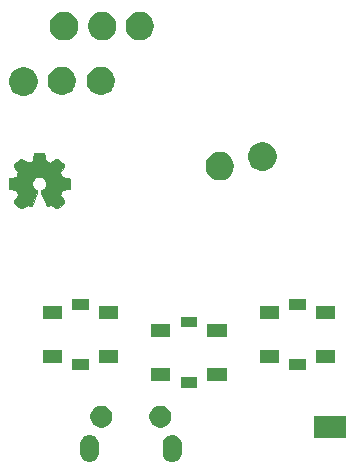
<source format=gbs>
G04 #@! TF.GenerationSoftware,KiCad,Pcbnew,5.1.6*
G04 #@! TF.CreationDate,2020-09-13T12:05:48+02:00*
G04 #@! TF.ProjectId,xling,786c696e-672e-46b6-9963-61645f706362,4*
G04 #@! TF.SameCoordinates,Original*
G04 #@! TF.FileFunction,Soldermask,Bot*
G04 #@! TF.FilePolarity,Negative*
%FSLAX46Y46*%
G04 Gerber Fmt 4.6, Leading zero omitted, Abs format (unit mm)*
G04 Created by KiCad (PCBNEW 5.1.6) date 2020-09-13 12:05:48*
%MOMM*%
%LPD*%
G01*
G04 APERTURE LIST*
%ADD10C,0.010000*%
%ADD11C,0.100000*%
G04 APERTURE END LIST*
D10*
G36*
X56937274Y-59326226D02*
G01*
X56859714Y-59326644D01*
X56788840Y-59327289D01*
X56726326Y-59328134D01*
X56673848Y-59329150D01*
X56633079Y-59330311D01*
X56605693Y-59331588D01*
X56593365Y-59332954D01*
X56592977Y-59333122D01*
X56588641Y-59343166D01*
X56581750Y-59368743D01*
X56572556Y-59408686D01*
X56561308Y-59461828D01*
X56548255Y-59527003D01*
X56533646Y-59603043D01*
X56522820Y-59661076D01*
X56509402Y-59733234D01*
X56496670Y-59800641D01*
X56485002Y-59861366D01*
X56474779Y-59913478D01*
X56466380Y-59955047D01*
X56460185Y-59984142D01*
X56456572Y-59998832D01*
X56456244Y-59999752D01*
X56448906Y-60007898D01*
X56431800Y-60018827D01*
X56403585Y-60033192D01*
X56362925Y-60051646D01*
X56308480Y-60074844D01*
X56269247Y-60091063D01*
X56211691Y-60114602D01*
X56167664Y-60132313D01*
X56135041Y-60144819D01*
X56111695Y-60152746D01*
X56095501Y-60156718D01*
X56084331Y-60157359D01*
X56076061Y-60155293D01*
X56068564Y-60151146D01*
X56067346Y-60150364D01*
X56055069Y-60142160D01*
X56030699Y-60125638D01*
X55996098Y-60102068D01*
X55953130Y-60072722D01*
X55903657Y-60038872D01*
X55849541Y-60001789D01*
X55818852Y-59980737D01*
X55592604Y-59825467D01*
X55393053Y-59825467D01*
X55158160Y-60060472D01*
X54923267Y-60295478D01*
X54923267Y-60495319D01*
X55089399Y-60736812D01*
X55255531Y-60978306D01*
X55176182Y-61164667D01*
X55152628Y-61218906D01*
X55130757Y-61267220D01*
X55111606Y-61307469D01*
X55096210Y-61337515D01*
X55085604Y-61355219D01*
X55082149Y-61358941D01*
X55070732Y-61362236D01*
X55044586Y-61368186D01*
X55005639Y-61376402D01*
X54955820Y-61386493D01*
X54897055Y-61398069D01*
X54831274Y-61410741D01*
X54760405Y-61424119D01*
X54752651Y-61425567D01*
X54671423Y-61440968D01*
X54599911Y-61455036D01*
X54539349Y-61467504D01*
X54490969Y-61478106D01*
X54456005Y-61486573D01*
X54435691Y-61492641D01*
X54430915Y-61495190D01*
X54429542Y-61505594D01*
X54428254Y-61531258D01*
X54427079Y-61570506D01*
X54426045Y-61621665D01*
X54425179Y-61683060D01*
X54424509Y-61753017D01*
X54424063Y-61829862D01*
X54423868Y-61911920D01*
X54423863Y-61922046D01*
X54423899Y-62018927D01*
X54424096Y-62100203D01*
X54424491Y-62167204D01*
X54425122Y-62221257D01*
X54426024Y-62263692D01*
X54427235Y-62295836D01*
X54428792Y-62319019D01*
X54430731Y-62334568D01*
X54433090Y-62343813D01*
X54435674Y-62347903D01*
X54446507Y-62351666D01*
X54472062Y-62357999D01*
X54510391Y-62366497D01*
X54559547Y-62376751D01*
X54617582Y-62388356D01*
X54682549Y-62400905D01*
X54751057Y-62413727D01*
X54827533Y-62428079D01*
X54896302Y-62441501D01*
X54955778Y-62453653D01*
X55004377Y-62464194D01*
X55040514Y-62472785D01*
X55062603Y-62479086D01*
X55068746Y-62481849D01*
X55075317Y-62492398D01*
X55086752Y-62515830D01*
X55101991Y-62549554D01*
X55119971Y-62590976D01*
X55139632Y-62637505D01*
X55159912Y-62686549D01*
X55179749Y-62735515D01*
X55198083Y-62781812D01*
X55213851Y-62822847D01*
X55225992Y-62856029D01*
X55233445Y-62878765D01*
X55235206Y-62888353D01*
X55229875Y-62896781D01*
X55216113Y-62917452D01*
X55195079Y-62948656D01*
X55167933Y-62988680D01*
X55135834Y-63035814D01*
X55099942Y-63088346D01*
X55077783Y-63120701D01*
X54923267Y-63346128D01*
X54923267Y-63546970D01*
X55158565Y-63781718D01*
X55393864Y-64016467D01*
X55589633Y-64016467D01*
X55811749Y-63863780D01*
X56033866Y-63711094D01*
X56104769Y-63749744D01*
X56175673Y-63788393D01*
X56279205Y-63786013D01*
X56382738Y-63783633D01*
X56835814Y-62691433D01*
X56836274Y-62605342D01*
X56835982Y-62567632D01*
X56834827Y-62535419D01*
X56833011Y-62513033D01*
X56831594Y-62505859D01*
X56822860Y-62495792D01*
X56803155Y-62478828D01*
X56775572Y-62457498D01*
X56749044Y-62438382D01*
X56679148Y-62386945D01*
X56622107Y-62338481D01*
X56575024Y-62289756D01*
X56534997Y-62237538D01*
X56499127Y-62178595D01*
X56476192Y-62134169D01*
X56442301Y-62054439D01*
X56422612Y-61982607D01*
X56416912Y-61917684D01*
X56421023Y-61876410D01*
X56447802Y-61776920D01*
X56489872Y-61682801D01*
X56546020Y-61595629D01*
X56615036Y-61516980D01*
X56695706Y-61448427D01*
X56786820Y-61391549D01*
X56798633Y-61385464D01*
X56861775Y-61357667D01*
X56925088Y-61337087D01*
X56983706Y-61325115D01*
X57018767Y-61322599D01*
X57085090Y-61329742D01*
X57156613Y-61350081D01*
X57230369Y-61381975D01*
X57303390Y-61423787D01*
X57372709Y-61473877D01*
X57435358Y-61530607D01*
X57474252Y-61574129D01*
X57511601Y-61627386D01*
X57547421Y-61691372D01*
X57578707Y-61759944D01*
X57602456Y-61826962D01*
X57608203Y-61847993D01*
X57617147Y-61892186D01*
X57619883Y-61932463D01*
X57615904Y-61973252D01*
X57604701Y-62018983D01*
X57585766Y-62074087D01*
X57580749Y-62087289D01*
X57536780Y-62180197D01*
X57478989Y-62265539D01*
X57406702Y-62344095D01*
X57319242Y-62416644D01*
X57260067Y-62457064D01*
X57235044Y-62473791D01*
X57215855Y-62488019D01*
X57207280Y-62495972D01*
X57204745Y-62507769D01*
X57202683Y-62532620D01*
X57201334Y-62566645D01*
X57200930Y-62598421D01*
X57200800Y-62691675D01*
X57420680Y-63222920D01*
X57458028Y-63313084D01*
X57493640Y-63398921D01*
X57526963Y-63479102D01*
X57557442Y-63552304D01*
X57584525Y-63617199D01*
X57607657Y-63672462D01*
X57626284Y-63716767D01*
X57639853Y-63748789D01*
X57647810Y-63767200D01*
X57649577Y-63771015D01*
X57654817Y-63778217D01*
X57663434Y-63783025D01*
X57678518Y-63785914D01*
X57703158Y-63787360D01*
X57740443Y-63787839D01*
X57758942Y-63787867D01*
X57859289Y-63787867D01*
X57930836Y-63749805D01*
X58002384Y-63711744D01*
X58141342Y-63807425D01*
X58191188Y-63841695D01*
X58242999Y-63877224D01*
X58292621Y-63911171D01*
X58335903Y-63940695D01*
X58364008Y-63959786D01*
X58447717Y-64016467D01*
X58644030Y-64016467D01*
X58879148Y-63781348D01*
X59114267Y-63546229D01*
X59114267Y-63447865D01*
X59114107Y-63405567D01*
X59113079Y-63376111D01*
X59110359Y-63355405D01*
X59105122Y-63339358D01*
X59096545Y-63323878D01*
X59086165Y-63308333D01*
X59073757Y-63290180D01*
X59053402Y-63260427D01*
X59026725Y-63221446D01*
X58995347Y-63175608D01*
X58960892Y-63125285D01*
X58929531Y-63079489D01*
X58895437Y-63029301D01*
X58864740Y-62983337D01*
X58838692Y-62943536D01*
X58818548Y-62911838D01*
X58805560Y-62890182D01*
X58800981Y-62880523D01*
X58804014Y-62869807D01*
X58812548Y-62845683D01*
X58825719Y-62810435D01*
X58842664Y-62766348D01*
X58862519Y-62715704D01*
X58878358Y-62675899D01*
X58904676Y-62610964D01*
X58925912Y-62560523D01*
X58942743Y-62523146D01*
X58955847Y-62497403D01*
X58965903Y-62481864D01*
X58973589Y-62475100D01*
X58973627Y-62475083D01*
X58985883Y-62471856D01*
X59012791Y-62466007D01*
X59052340Y-62457932D01*
X59102518Y-62448030D01*
X59161317Y-62436696D01*
X59226724Y-62424329D01*
X59291132Y-62412357D01*
X59360532Y-62399361D01*
X59424884Y-62386924D01*
X59482232Y-62375456D01*
X59530617Y-62365363D01*
X59568082Y-62357053D01*
X59592669Y-62350935D01*
X59602282Y-62347553D01*
X59604974Y-62342682D01*
X59607232Y-62332059D01*
X59609089Y-62314398D01*
X59610580Y-62288410D01*
X59611741Y-62252807D01*
X59612605Y-62206300D01*
X59613208Y-62147603D01*
X59613584Y-62075426D01*
X59613767Y-61988482D01*
X59613800Y-61920125D01*
X59613800Y-61502257D01*
X59594750Y-61490504D01*
X59582271Y-61486334D01*
X59555105Y-61479620D01*
X59515240Y-61470778D01*
X59464663Y-61460220D01*
X59405360Y-61448363D01*
X59339318Y-61435619D01*
X59268523Y-61422405D01*
X59266667Y-61422064D01*
X59196216Y-61408922D01*
X59130845Y-61396309D01*
X59072473Y-61384626D01*
X59023015Y-61374275D01*
X58984388Y-61365658D01*
X58958509Y-61359176D01*
X58947296Y-61355230D01*
X58947160Y-61355113D01*
X58941112Y-61344839D01*
X58929753Y-61321706D01*
X58914270Y-61288436D01*
X58895853Y-61247752D01*
X58875690Y-61202376D01*
X58854968Y-61155031D01*
X58834876Y-61108438D01*
X58816602Y-61065320D01*
X58801335Y-61028400D01*
X58790261Y-61000400D01*
X58784571Y-60984041D01*
X58784067Y-60981433D01*
X58788705Y-60972543D01*
X58801885Y-60951402D01*
X58822502Y-60919676D01*
X58849453Y-60879031D01*
X58881636Y-60831135D01*
X58917946Y-60777653D01*
X58949167Y-60732049D01*
X59114267Y-60491763D01*
X59114267Y-60296064D01*
X58879519Y-60060765D01*
X58644770Y-59825467D01*
X58443790Y-59825467D01*
X58230812Y-59971150D01*
X58175781Y-60008814D01*
X58123699Y-60044498D01*
X58076649Y-60076773D01*
X58036714Y-60104208D01*
X58005977Y-60125374D01*
X57986520Y-60138841D01*
X57983227Y-60141143D01*
X57948620Y-60165452D01*
X57788493Y-60100313D01*
X57726585Y-60075060D01*
X57678550Y-60055202D01*
X57642549Y-60039823D01*
X57616742Y-60028006D01*
X57599290Y-60018836D01*
X57588352Y-60011398D01*
X57582089Y-60004774D01*
X57578661Y-59998050D01*
X57577758Y-59995401D01*
X57575066Y-59983561D01*
X57569678Y-59957010D01*
X57561966Y-59917692D01*
X57552305Y-59867549D01*
X57541070Y-59808523D01*
X57528633Y-59742559D01*
X57515369Y-59671597D01*
X57514008Y-59664281D01*
X57500580Y-59593136D01*
X57487719Y-59526999D01*
X57475826Y-59467777D01*
X57465300Y-59417380D01*
X57456540Y-59377714D01*
X57449945Y-59350687D01*
X57445915Y-59338207D01*
X57445647Y-59337805D01*
X57441006Y-59335040D01*
X57431189Y-59332726D01*
X57414870Y-59330826D01*
X57390727Y-59329304D01*
X57357437Y-59328123D01*
X57313676Y-59327248D01*
X57258120Y-59326641D01*
X57189448Y-59326267D01*
X57106334Y-59326088D01*
X57019847Y-59326063D01*
X56937274Y-59326226D01*
G37*
X56937274Y-59326226D02*
X56859714Y-59326644D01*
X56788840Y-59327289D01*
X56726326Y-59328134D01*
X56673848Y-59329150D01*
X56633079Y-59330311D01*
X56605693Y-59331588D01*
X56593365Y-59332954D01*
X56592977Y-59333122D01*
X56588641Y-59343166D01*
X56581750Y-59368743D01*
X56572556Y-59408686D01*
X56561308Y-59461828D01*
X56548255Y-59527003D01*
X56533646Y-59603043D01*
X56522820Y-59661076D01*
X56509402Y-59733234D01*
X56496670Y-59800641D01*
X56485002Y-59861366D01*
X56474779Y-59913478D01*
X56466380Y-59955047D01*
X56460185Y-59984142D01*
X56456572Y-59998832D01*
X56456244Y-59999752D01*
X56448906Y-60007898D01*
X56431800Y-60018827D01*
X56403585Y-60033192D01*
X56362925Y-60051646D01*
X56308480Y-60074844D01*
X56269247Y-60091063D01*
X56211691Y-60114602D01*
X56167664Y-60132313D01*
X56135041Y-60144819D01*
X56111695Y-60152746D01*
X56095501Y-60156718D01*
X56084331Y-60157359D01*
X56076061Y-60155293D01*
X56068564Y-60151146D01*
X56067346Y-60150364D01*
X56055069Y-60142160D01*
X56030699Y-60125638D01*
X55996098Y-60102068D01*
X55953130Y-60072722D01*
X55903657Y-60038872D01*
X55849541Y-60001789D01*
X55818852Y-59980737D01*
X55592604Y-59825467D01*
X55393053Y-59825467D01*
X55158160Y-60060472D01*
X54923267Y-60295478D01*
X54923267Y-60495319D01*
X55089399Y-60736812D01*
X55255531Y-60978306D01*
X55176182Y-61164667D01*
X55152628Y-61218906D01*
X55130757Y-61267220D01*
X55111606Y-61307469D01*
X55096210Y-61337515D01*
X55085604Y-61355219D01*
X55082149Y-61358941D01*
X55070732Y-61362236D01*
X55044586Y-61368186D01*
X55005639Y-61376402D01*
X54955820Y-61386493D01*
X54897055Y-61398069D01*
X54831274Y-61410741D01*
X54760405Y-61424119D01*
X54752651Y-61425567D01*
X54671423Y-61440968D01*
X54599911Y-61455036D01*
X54539349Y-61467504D01*
X54490969Y-61478106D01*
X54456005Y-61486573D01*
X54435691Y-61492641D01*
X54430915Y-61495190D01*
X54429542Y-61505594D01*
X54428254Y-61531258D01*
X54427079Y-61570506D01*
X54426045Y-61621665D01*
X54425179Y-61683060D01*
X54424509Y-61753017D01*
X54424063Y-61829862D01*
X54423868Y-61911920D01*
X54423863Y-61922046D01*
X54423899Y-62018927D01*
X54424096Y-62100203D01*
X54424491Y-62167204D01*
X54425122Y-62221257D01*
X54426024Y-62263692D01*
X54427235Y-62295836D01*
X54428792Y-62319019D01*
X54430731Y-62334568D01*
X54433090Y-62343813D01*
X54435674Y-62347903D01*
X54446507Y-62351666D01*
X54472062Y-62357999D01*
X54510391Y-62366497D01*
X54559547Y-62376751D01*
X54617582Y-62388356D01*
X54682549Y-62400905D01*
X54751057Y-62413727D01*
X54827533Y-62428079D01*
X54896302Y-62441501D01*
X54955778Y-62453653D01*
X55004377Y-62464194D01*
X55040514Y-62472785D01*
X55062603Y-62479086D01*
X55068746Y-62481849D01*
X55075317Y-62492398D01*
X55086752Y-62515830D01*
X55101991Y-62549554D01*
X55119971Y-62590976D01*
X55139632Y-62637505D01*
X55159912Y-62686549D01*
X55179749Y-62735515D01*
X55198083Y-62781812D01*
X55213851Y-62822847D01*
X55225992Y-62856029D01*
X55233445Y-62878765D01*
X55235206Y-62888353D01*
X55229875Y-62896781D01*
X55216113Y-62917452D01*
X55195079Y-62948656D01*
X55167933Y-62988680D01*
X55135834Y-63035814D01*
X55099942Y-63088346D01*
X55077783Y-63120701D01*
X54923267Y-63346128D01*
X54923267Y-63546970D01*
X55158565Y-63781718D01*
X55393864Y-64016467D01*
X55589633Y-64016467D01*
X55811749Y-63863780D01*
X56033866Y-63711094D01*
X56104769Y-63749744D01*
X56175673Y-63788393D01*
X56279205Y-63786013D01*
X56382738Y-63783633D01*
X56835814Y-62691433D01*
X56836274Y-62605342D01*
X56835982Y-62567632D01*
X56834827Y-62535419D01*
X56833011Y-62513033D01*
X56831594Y-62505859D01*
X56822860Y-62495792D01*
X56803155Y-62478828D01*
X56775572Y-62457498D01*
X56749044Y-62438382D01*
X56679148Y-62386945D01*
X56622107Y-62338481D01*
X56575024Y-62289756D01*
X56534997Y-62237538D01*
X56499127Y-62178595D01*
X56476192Y-62134169D01*
X56442301Y-62054439D01*
X56422612Y-61982607D01*
X56416912Y-61917684D01*
X56421023Y-61876410D01*
X56447802Y-61776920D01*
X56489872Y-61682801D01*
X56546020Y-61595629D01*
X56615036Y-61516980D01*
X56695706Y-61448427D01*
X56786820Y-61391549D01*
X56798633Y-61385464D01*
X56861775Y-61357667D01*
X56925088Y-61337087D01*
X56983706Y-61325115D01*
X57018767Y-61322599D01*
X57085090Y-61329742D01*
X57156613Y-61350081D01*
X57230369Y-61381975D01*
X57303390Y-61423787D01*
X57372709Y-61473877D01*
X57435358Y-61530607D01*
X57474252Y-61574129D01*
X57511601Y-61627386D01*
X57547421Y-61691372D01*
X57578707Y-61759944D01*
X57602456Y-61826962D01*
X57608203Y-61847993D01*
X57617147Y-61892186D01*
X57619883Y-61932463D01*
X57615904Y-61973252D01*
X57604701Y-62018983D01*
X57585766Y-62074087D01*
X57580749Y-62087289D01*
X57536780Y-62180197D01*
X57478989Y-62265539D01*
X57406702Y-62344095D01*
X57319242Y-62416644D01*
X57260067Y-62457064D01*
X57235044Y-62473791D01*
X57215855Y-62488019D01*
X57207280Y-62495972D01*
X57204745Y-62507769D01*
X57202683Y-62532620D01*
X57201334Y-62566645D01*
X57200930Y-62598421D01*
X57200800Y-62691675D01*
X57420680Y-63222920D01*
X57458028Y-63313084D01*
X57493640Y-63398921D01*
X57526963Y-63479102D01*
X57557442Y-63552304D01*
X57584525Y-63617199D01*
X57607657Y-63672462D01*
X57626284Y-63716767D01*
X57639853Y-63748789D01*
X57647810Y-63767200D01*
X57649577Y-63771015D01*
X57654817Y-63778217D01*
X57663434Y-63783025D01*
X57678518Y-63785914D01*
X57703158Y-63787360D01*
X57740443Y-63787839D01*
X57758942Y-63787867D01*
X57859289Y-63787867D01*
X57930836Y-63749805D01*
X58002384Y-63711744D01*
X58141342Y-63807425D01*
X58191188Y-63841695D01*
X58242999Y-63877224D01*
X58292621Y-63911171D01*
X58335903Y-63940695D01*
X58364008Y-63959786D01*
X58447717Y-64016467D01*
X58644030Y-64016467D01*
X58879148Y-63781348D01*
X59114267Y-63546229D01*
X59114267Y-63447865D01*
X59114107Y-63405567D01*
X59113079Y-63376111D01*
X59110359Y-63355405D01*
X59105122Y-63339358D01*
X59096545Y-63323878D01*
X59086165Y-63308333D01*
X59073757Y-63290180D01*
X59053402Y-63260427D01*
X59026725Y-63221446D01*
X58995347Y-63175608D01*
X58960892Y-63125285D01*
X58929531Y-63079489D01*
X58895437Y-63029301D01*
X58864740Y-62983337D01*
X58838692Y-62943536D01*
X58818548Y-62911838D01*
X58805560Y-62890182D01*
X58800981Y-62880523D01*
X58804014Y-62869807D01*
X58812548Y-62845683D01*
X58825719Y-62810435D01*
X58842664Y-62766348D01*
X58862519Y-62715704D01*
X58878358Y-62675899D01*
X58904676Y-62610964D01*
X58925912Y-62560523D01*
X58942743Y-62523146D01*
X58955847Y-62497403D01*
X58965903Y-62481864D01*
X58973589Y-62475100D01*
X58973627Y-62475083D01*
X58985883Y-62471856D01*
X59012791Y-62466007D01*
X59052340Y-62457932D01*
X59102518Y-62448030D01*
X59161317Y-62436696D01*
X59226724Y-62424329D01*
X59291132Y-62412357D01*
X59360532Y-62399361D01*
X59424884Y-62386924D01*
X59482232Y-62375456D01*
X59530617Y-62365363D01*
X59568082Y-62357053D01*
X59592669Y-62350935D01*
X59602282Y-62347553D01*
X59604974Y-62342682D01*
X59607232Y-62332059D01*
X59609089Y-62314398D01*
X59610580Y-62288410D01*
X59611741Y-62252807D01*
X59612605Y-62206300D01*
X59613208Y-62147603D01*
X59613584Y-62075426D01*
X59613767Y-61988482D01*
X59613800Y-61920125D01*
X59613800Y-61502257D01*
X59594750Y-61490504D01*
X59582271Y-61486334D01*
X59555105Y-61479620D01*
X59515240Y-61470778D01*
X59464663Y-61460220D01*
X59405360Y-61448363D01*
X59339318Y-61435619D01*
X59268523Y-61422405D01*
X59266667Y-61422064D01*
X59196216Y-61408922D01*
X59130845Y-61396309D01*
X59072473Y-61384626D01*
X59023015Y-61374275D01*
X58984388Y-61365658D01*
X58958509Y-61359176D01*
X58947296Y-61355230D01*
X58947160Y-61355113D01*
X58941112Y-61344839D01*
X58929753Y-61321706D01*
X58914270Y-61288436D01*
X58895853Y-61247752D01*
X58875690Y-61202376D01*
X58854968Y-61155031D01*
X58834876Y-61108438D01*
X58816602Y-61065320D01*
X58801335Y-61028400D01*
X58790261Y-61000400D01*
X58784571Y-60984041D01*
X58784067Y-60981433D01*
X58788705Y-60972543D01*
X58801885Y-60951402D01*
X58822502Y-60919676D01*
X58849453Y-60879031D01*
X58881636Y-60831135D01*
X58917946Y-60777653D01*
X58949167Y-60732049D01*
X59114267Y-60491763D01*
X59114267Y-60296064D01*
X58879519Y-60060765D01*
X58644770Y-59825467D01*
X58443790Y-59825467D01*
X58230812Y-59971150D01*
X58175781Y-60008814D01*
X58123699Y-60044498D01*
X58076649Y-60076773D01*
X58036714Y-60104208D01*
X58005977Y-60125374D01*
X57986520Y-60138841D01*
X57983227Y-60141143D01*
X57948620Y-60165452D01*
X57788493Y-60100313D01*
X57726585Y-60075060D01*
X57678550Y-60055202D01*
X57642549Y-60039823D01*
X57616742Y-60028006D01*
X57599290Y-60018836D01*
X57588352Y-60011398D01*
X57582089Y-60004774D01*
X57578661Y-59998050D01*
X57577758Y-59995401D01*
X57575066Y-59983561D01*
X57569678Y-59957010D01*
X57561966Y-59917692D01*
X57552305Y-59867549D01*
X57541070Y-59808523D01*
X57528633Y-59742559D01*
X57515369Y-59671597D01*
X57514008Y-59664281D01*
X57500580Y-59593136D01*
X57487719Y-59526999D01*
X57475826Y-59467777D01*
X57465300Y-59417380D01*
X57456540Y-59377714D01*
X57449945Y-59350687D01*
X57445915Y-59338207D01*
X57445647Y-59337805D01*
X57441006Y-59335040D01*
X57431189Y-59332726D01*
X57414870Y-59330826D01*
X57390727Y-59329304D01*
X57357437Y-59328123D01*
X57313676Y-59327248D01*
X57258120Y-59326641D01*
X57189448Y-59326267D01*
X57106334Y-59326088D01*
X57019847Y-59326063D01*
X56937274Y-59326226D01*
D11*
G36*
X61438827Y-83209076D02*
G01*
X61589629Y-83254821D01*
X61728605Y-83329105D01*
X61850422Y-83429078D01*
X61950395Y-83550895D01*
X62024679Y-83689871D01*
X62070424Y-83840673D01*
X62082000Y-83958205D01*
X62082000Y-84736795D01*
X62070424Y-84854327D01*
X62024679Y-85005129D01*
X61950395Y-85144105D01*
X61850422Y-85265922D01*
X61728604Y-85365895D01*
X61589628Y-85440179D01*
X61438826Y-85485924D01*
X61282000Y-85501370D01*
X61125173Y-85485924D01*
X60974371Y-85440179D01*
X60835395Y-85365895D01*
X60713578Y-85265922D01*
X60613605Y-85144104D01*
X60539321Y-85005128D01*
X60493576Y-84854326D01*
X60482000Y-84736794D01*
X60482000Y-83958205D01*
X60493576Y-83840673D01*
X60539322Y-83689871D01*
X60613606Y-83550895D01*
X60713579Y-83429078D01*
X60835396Y-83329105D01*
X60974372Y-83254821D01*
X61125174Y-83209076D01*
X61282000Y-83193630D01*
X61438827Y-83209076D01*
G37*
G36*
X68438826Y-83209076D02*
G01*
X68589628Y-83254821D01*
X68728604Y-83329105D01*
X68850422Y-83429078D01*
X68950395Y-83550895D01*
X69024679Y-83689871D01*
X69070424Y-83840673D01*
X69082000Y-83958205D01*
X69082000Y-84736795D01*
X69070424Y-84854327D01*
X69024679Y-85005129D01*
X68950395Y-85144105D01*
X68850422Y-85265922D01*
X68728605Y-85365895D01*
X68589629Y-85440179D01*
X68438827Y-85485924D01*
X68282000Y-85501370D01*
X68125174Y-85485924D01*
X67974372Y-85440179D01*
X67835396Y-85365895D01*
X67713579Y-85265922D01*
X67613606Y-85144105D01*
X67539322Y-85005129D01*
X67493576Y-84854327D01*
X67482000Y-84736795D01*
X67482000Y-83958206D01*
X67493576Y-83840674D01*
X67539321Y-83689872D01*
X67613605Y-83550896D01*
X67713578Y-83429078D01*
X67835395Y-83329105D01*
X67974371Y-83254821D01*
X68125173Y-83209076D01*
X68282000Y-83193630D01*
X68438826Y-83209076D01*
G37*
G36*
X83011000Y-83500000D02*
G01*
X80311000Y-83500000D01*
X80311000Y-81600000D01*
X83011000Y-81600000D01*
X83011000Y-83500000D01*
G37*
G36*
X62551811Y-80758046D02*
G01*
X62551814Y-80758047D01*
X62551813Y-80758047D01*
X62720152Y-80827775D01*
X62871653Y-80929005D01*
X63000495Y-81057847D01*
X63101725Y-81209348D01*
X63159490Y-81348806D01*
X63171454Y-81377689D01*
X63207000Y-81556394D01*
X63207000Y-81738606D01*
X63171454Y-81917311D01*
X63171453Y-81917313D01*
X63101725Y-82085652D01*
X63000495Y-82237153D01*
X62871653Y-82365995D01*
X62720152Y-82467225D01*
X62580694Y-82524990D01*
X62551811Y-82536954D01*
X62373106Y-82572500D01*
X62190894Y-82572500D01*
X62012189Y-82536954D01*
X61983306Y-82524990D01*
X61843848Y-82467225D01*
X61692347Y-82365995D01*
X61563505Y-82237153D01*
X61462275Y-82085652D01*
X61392547Y-81917313D01*
X61392546Y-81917311D01*
X61357000Y-81738606D01*
X61357000Y-81556394D01*
X61392546Y-81377689D01*
X61404510Y-81348806D01*
X61462275Y-81209348D01*
X61563505Y-81057847D01*
X61692347Y-80929005D01*
X61843848Y-80827775D01*
X62012187Y-80758047D01*
X62012186Y-80758047D01*
X62012189Y-80758046D01*
X62190894Y-80722500D01*
X62373106Y-80722500D01*
X62551811Y-80758046D01*
G37*
G36*
X67551811Y-80758046D02*
G01*
X67551814Y-80758047D01*
X67551813Y-80758047D01*
X67720152Y-80827775D01*
X67871653Y-80929005D01*
X68000495Y-81057847D01*
X68101725Y-81209348D01*
X68159490Y-81348806D01*
X68171454Y-81377689D01*
X68207000Y-81556394D01*
X68207000Y-81738606D01*
X68171454Y-81917311D01*
X68171453Y-81917313D01*
X68101725Y-82085652D01*
X68000495Y-82237153D01*
X67871653Y-82365995D01*
X67720152Y-82467225D01*
X67580694Y-82524990D01*
X67551811Y-82536954D01*
X67373106Y-82572500D01*
X67190894Y-82572500D01*
X67012189Y-82536954D01*
X66983306Y-82524990D01*
X66843848Y-82467225D01*
X66692347Y-82365995D01*
X66563505Y-82237153D01*
X66462275Y-82085652D01*
X66392547Y-81917313D01*
X66392546Y-81917311D01*
X66357000Y-81738606D01*
X66357000Y-81556394D01*
X66392546Y-81377689D01*
X66404510Y-81348806D01*
X66462275Y-81209348D01*
X66563505Y-81057847D01*
X66692347Y-80929005D01*
X66843848Y-80827775D01*
X67012187Y-80758047D01*
X67012186Y-80758047D01*
X67012189Y-80758046D01*
X67190894Y-80722500D01*
X67373106Y-80722500D01*
X67551811Y-80758046D01*
G37*
G36*
X70384900Y-79200000D02*
G01*
X68984900Y-79200000D01*
X68984900Y-78300000D01*
X70384900Y-78300000D01*
X70384900Y-79200000D01*
G37*
G36*
X72884900Y-78600000D02*
G01*
X71234900Y-78600000D01*
X71234900Y-77500000D01*
X72884900Y-77500000D01*
X72884900Y-78600000D01*
G37*
G36*
X68134900Y-78600000D02*
G01*
X66484900Y-78600000D01*
X66484900Y-77500000D01*
X68134900Y-77500000D01*
X68134900Y-78600000D01*
G37*
G36*
X61202800Y-77701400D02*
G01*
X59802800Y-77701400D01*
X59802800Y-76801400D01*
X61202800Y-76801400D01*
X61202800Y-77701400D01*
G37*
G36*
X79605100Y-77701400D02*
G01*
X78205100Y-77701400D01*
X78205100Y-76801400D01*
X79605100Y-76801400D01*
X79605100Y-77701400D01*
G37*
G36*
X63702800Y-77101400D02*
G01*
X62052800Y-77101400D01*
X62052800Y-76001400D01*
X63702800Y-76001400D01*
X63702800Y-77101400D01*
G37*
G36*
X58952800Y-77101400D02*
G01*
X57302800Y-77101400D01*
X57302800Y-76001400D01*
X58952800Y-76001400D01*
X58952800Y-77101400D01*
G37*
G36*
X82105100Y-77101400D02*
G01*
X80455100Y-77101400D01*
X80455100Y-76001400D01*
X82105100Y-76001400D01*
X82105100Y-77101400D01*
G37*
G36*
X77355100Y-77101400D02*
G01*
X75705100Y-77101400D01*
X75705100Y-76001400D01*
X77355100Y-76001400D01*
X77355100Y-77101400D01*
G37*
G36*
X68134900Y-74900000D02*
G01*
X66484900Y-74900000D01*
X66484900Y-73800000D01*
X68134900Y-73800000D01*
X68134900Y-74900000D01*
G37*
G36*
X72884900Y-74900000D02*
G01*
X71234900Y-74900000D01*
X71234900Y-73800000D01*
X72884900Y-73800000D01*
X72884900Y-74900000D01*
G37*
G36*
X70384900Y-74100000D02*
G01*
X68984900Y-74100000D01*
X68984900Y-73200000D01*
X70384900Y-73200000D01*
X70384900Y-74100000D01*
G37*
G36*
X77355100Y-73401400D02*
G01*
X75705100Y-73401400D01*
X75705100Y-72301400D01*
X77355100Y-72301400D01*
X77355100Y-73401400D01*
G37*
G36*
X63702800Y-73401400D02*
G01*
X62052800Y-73401400D01*
X62052800Y-72301400D01*
X63702800Y-72301400D01*
X63702800Y-73401400D01*
G37*
G36*
X58952800Y-73401400D02*
G01*
X57302800Y-73401400D01*
X57302800Y-72301400D01*
X58952800Y-72301400D01*
X58952800Y-73401400D01*
G37*
G36*
X82105100Y-73401400D02*
G01*
X80455100Y-73401400D01*
X80455100Y-72301400D01*
X82105100Y-72301400D01*
X82105100Y-73401400D01*
G37*
G36*
X61202800Y-72601400D02*
G01*
X59802800Y-72601400D01*
X59802800Y-71701400D01*
X61202800Y-71701400D01*
X61202800Y-72601400D01*
G37*
G36*
X79605100Y-72601400D02*
G01*
X78205100Y-72601400D01*
X78205100Y-71701400D01*
X79605100Y-71701400D01*
X79605100Y-72601400D01*
G37*
G36*
X72663825Y-59272715D02*
G01*
X72672902Y-59276475D01*
X72882213Y-59363174D01*
X73078755Y-59494499D01*
X73245901Y-59661645D01*
X73301390Y-59744691D01*
X73377227Y-59858189D01*
X73467685Y-60076575D01*
X73513800Y-60308409D01*
X73513800Y-60544791D01*
X73467685Y-60776625D01*
X73447026Y-60826500D01*
X73377226Y-60995013D01*
X73245901Y-61191555D01*
X73078755Y-61358701D01*
X72882213Y-61490026D01*
X72882212Y-61490027D01*
X72882211Y-61490027D01*
X72663825Y-61580485D01*
X72431991Y-61626600D01*
X72195609Y-61626600D01*
X71963775Y-61580485D01*
X71745389Y-61490027D01*
X71745388Y-61490027D01*
X71745387Y-61490026D01*
X71548845Y-61358701D01*
X71381699Y-61191555D01*
X71250374Y-60995013D01*
X71180574Y-60826500D01*
X71159915Y-60776625D01*
X71113800Y-60544791D01*
X71113800Y-60308409D01*
X71159915Y-60076575D01*
X71250373Y-59858189D01*
X71326210Y-59744691D01*
X71381699Y-59661645D01*
X71548845Y-59494499D01*
X71745387Y-59363174D01*
X71954698Y-59276475D01*
X71963775Y-59272715D01*
X72195609Y-59226600D01*
X72431991Y-59226600D01*
X72663825Y-59272715D01*
G37*
G36*
X76270625Y-58472615D02*
G01*
X76270628Y-58472616D01*
X76270627Y-58472616D01*
X76489013Y-58563074D01*
X76685555Y-58694399D01*
X76852701Y-58861545D01*
X76984026Y-59058087D01*
X76984027Y-59058089D01*
X77074485Y-59276475D01*
X77120600Y-59508309D01*
X77120600Y-59744691D01*
X77074485Y-59976525D01*
X77074484Y-59976527D01*
X76984026Y-60194913D01*
X76852701Y-60391455D01*
X76685555Y-60558601D01*
X76489013Y-60689926D01*
X76489012Y-60689927D01*
X76489011Y-60689927D01*
X76270625Y-60780385D01*
X76038791Y-60826500D01*
X75802409Y-60826500D01*
X75570575Y-60780385D01*
X75352189Y-60689927D01*
X75352188Y-60689927D01*
X75352187Y-60689926D01*
X75155645Y-60558601D01*
X74988499Y-60391455D01*
X74857174Y-60194913D01*
X74766716Y-59976527D01*
X74766715Y-59976525D01*
X74720600Y-59744691D01*
X74720600Y-59508309D01*
X74766715Y-59276475D01*
X74857173Y-59058089D01*
X74857174Y-59058087D01*
X74988499Y-58861545D01*
X75155645Y-58694399D01*
X75352187Y-58563074D01*
X75570573Y-58472616D01*
X75570572Y-58472616D01*
X75570575Y-58472615D01*
X75802409Y-58426500D01*
X76038791Y-58426500D01*
X76270625Y-58472615D01*
G37*
G36*
X56039525Y-52122615D02*
G01*
X56104610Y-52149574D01*
X56257913Y-52213074D01*
X56454455Y-52344399D01*
X56621601Y-52511545D01*
X56710498Y-52644589D01*
X56752927Y-52708089D01*
X56843385Y-52926475D01*
X56889500Y-53158309D01*
X56889500Y-53394691D01*
X56843385Y-53626525D01*
X56752927Y-53844911D01*
X56752926Y-53844913D01*
X56621601Y-54041455D01*
X56454455Y-54208601D01*
X56257913Y-54339926D01*
X56257912Y-54339927D01*
X56257911Y-54339927D01*
X56039525Y-54430385D01*
X55807691Y-54476500D01*
X55571309Y-54476500D01*
X55339475Y-54430385D01*
X55121089Y-54339927D01*
X55121088Y-54339927D01*
X55121087Y-54339926D01*
X54924545Y-54208601D01*
X54757399Y-54041455D01*
X54626074Y-53844913D01*
X54626073Y-53844911D01*
X54535615Y-53626525D01*
X54489500Y-53394691D01*
X54489500Y-53158309D01*
X54535615Y-52926475D01*
X54626073Y-52708089D01*
X54668502Y-52644589D01*
X54757399Y-52511545D01*
X54924545Y-52344399D01*
X55121087Y-52213074D01*
X55274390Y-52149574D01*
X55339475Y-52122615D01*
X55571309Y-52076500D01*
X55807691Y-52076500D01*
X56039525Y-52122615D01*
G37*
G36*
X59278025Y-52059115D02*
G01*
X59496411Y-52149573D01*
X59496413Y-52149574D01*
X59692955Y-52280899D01*
X59860101Y-52448045D01*
X59991426Y-52644587D01*
X59991427Y-52644589D01*
X60081885Y-52862975D01*
X60128000Y-53094809D01*
X60128000Y-53331191D01*
X60081885Y-53563025D01*
X60055582Y-53626527D01*
X59991426Y-53781413D01*
X59860101Y-53977955D01*
X59692955Y-54145101D01*
X59496413Y-54276426D01*
X59496412Y-54276427D01*
X59496411Y-54276427D01*
X59278025Y-54366885D01*
X59046191Y-54413000D01*
X58809809Y-54413000D01*
X58577975Y-54366885D01*
X58359589Y-54276427D01*
X58359588Y-54276427D01*
X58359587Y-54276426D01*
X58163045Y-54145101D01*
X57995899Y-53977955D01*
X57864574Y-53781413D01*
X57800418Y-53626527D01*
X57774115Y-53563025D01*
X57728000Y-53331191D01*
X57728000Y-53094809D01*
X57774115Y-52862975D01*
X57864573Y-52644589D01*
X57864574Y-52644587D01*
X57995899Y-52448045D01*
X58163045Y-52280899D01*
X58359587Y-52149574D01*
X58359589Y-52149573D01*
X58577975Y-52059115D01*
X58809809Y-52013000D01*
X59046191Y-52013000D01*
X59278025Y-52059115D01*
G37*
G36*
X62580025Y-52059115D02*
G01*
X62798411Y-52149573D01*
X62798413Y-52149574D01*
X62994955Y-52280899D01*
X63162101Y-52448045D01*
X63293426Y-52644587D01*
X63293427Y-52644589D01*
X63383885Y-52862975D01*
X63430000Y-53094809D01*
X63430000Y-53331191D01*
X63383885Y-53563025D01*
X63357582Y-53626527D01*
X63293426Y-53781413D01*
X63162101Y-53977955D01*
X62994955Y-54145101D01*
X62798413Y-54276426D01*
X62798412Y-54276427D01*
X62798411Y-54276427D01*
X62580025Y-54366885D01*
X62348191Y-54413000D01*
X62111809Y-54413000D01*
X61879975Y-54366885D01*
X61661589Y-54276427D01*
X61661588Y-54276427D01*
X61661587Y-54276426D01*
X61465045Y-54145101D01*
X61297899Y-53977955D01*
X61166574Y-53781413D01*
X61102418Y-53626527D01*
X61076115Y-53563025D01*
X61030000Y-53331191D01*
X61030000Y-53094809D01*
X61076115Y-52862975D01*
X61166573Y-52644589D01*
X61166574Y-52644587D01*
X61297899Y-52448045D01*
X61465045Y-52280899D01*
X61661587Y-52149574D01*
X61661589Y-52149573D01*
X61879975Y-52059115D01*
X62111809Y-52013000D01*
X62348191Y-52013000D01*
X62580025Y-52059115D01*
G37*
G36*
X59468525Y-47423615D02*
G01*
X59468528Y-47423616D01*
X59468527Y-47423616D01*
X59686913Y-47514074D01*
X59883455Y-47645399D01*
X60050601Y-47812545D01*
X60181926Y-48009087D01*
X60181927Y-48009089D01*
X60272385Y-48227475D01*
X60318500Y-48459309D01*
X60318500Y-48695691D01*
X60272385Y-48927525D01*
X60272384Y-48927527D01*
X60181926Y-49145913D01*
X60050601Y-49342455D01*
X59883455Y-49509601D01*
X59686913Y-49640926D01*
X59686912Y-49640927D01*
X59686911Y-49640927D01*
X59468525Y-49731385D01*
X59236691Y-49777500D01*
X59000309Y-49777500D01*
X58768475Y-49731385D01*
X58550089Y-49640927D01*
X58550088Y-49640927D01*
X58550087Y-49640926D01*
X58353545Y-49509601D01*
X58186399Y-49342455D01*
X58055074Y-49145913D01*
X57964616Y-48927527D01*
X57964615Y-48927525D01*
X57918500Y-48695691D01*
X57918500Y-48459309D01*
X57964615Y-48227475D01*
X58055073Y-48009089D01*
X58055074Y-48009087D01*
X58186399Y-47812545D01*
X58353545Y-47645399D01*
X58550087Y-47514074D01*
X58768473Y-47423616D01*
X58768472Y-47423616D01*
X58768475Y-47423615D01*
X59000309Y-47377500D01*
X59236691Y-47377500D01*
X59468525Y-47423615D01*
G37*
G36*
X65882025Y-47423615D02*
G01*
X65882028Y-47423616D01*
X65882027Y-47423616D01*
X66100413Y-47514074D01*
X66296955Y-47645399D01*
X66464101Y-47812545D01*
X66595426Y-48009087D01*
X66595427Y-48009089D01*
X66685885Y-48227475D01*
X66732000Y-48459309D01*
X66732000Y-48695691D01*
X66685885Y-48927525D01*
X66685884Y-48927527D01*
X66595426Y-49145913D01*
X66464101Y-49342455D01*
X66296955Y-49509601D01*
X66100413Y-49640926D01*
X66100412Y-49640927D01*
X66100411Y-49640927D01*
X65882025Y-49731385D01*
X65650191Y-49777500D01*
X65413809Y-49777500D01*
X65181975Y-49731385D01*
X64963589Y-49640927D01*
X64963588Y-49640927D01*
X64963587Y-49640926D01*
X64767045Y-49509601D01*
X64599899Y-49342455D01*
X64468574Y-49145913D01*
X64378116Y-48927527D01*
X64378115Y-48927525D01*
X64332000Y-48695691D01*
X64332000Y-48459309D01*
X64378115Y-48227475D01*
X64468573Y-48009089D01*
X64468574Y-48009087D01*
X64599899Y-47812545D01*
X64767045Y-47645399D01*
X64963587Y-47514074D01*
X65181973Y-47423616D01*
X65181972Y-47423616D01*
X65181975Y-47423615D01*
X65413809Y-47377500D01*
X65650191Y-47377500D01*
X65882025Y-47423615D01*
G37*
G36*
X62707025Y-47423615D02*
G01*
X62707028Y-47423616D01*
X62707027Y-47423616D01*
X62925413Y-47514074D01*
X63121955Y-47645399D01*
X63289101Y-47812545D01*
X63420426Y-48009087D01*
X63420427Y-48009089D01*
X63510885Y-48227475D01*
X63557000Y-48459309D01*
X63557000Y-48695691D01*
X63510885Y-48927525D01*
X63510884Y-48927527D01*
X63420426Y-49145913D01*
X63289101Y-49342455D01*
X63121955Y-49509601D01*
X62925413Y-49640926D01*
X62925412Y-49640927D01*
X62925411Y-49640927D01*
X62707025Y-49731385D01*
X62475191Y-49777500D01*
X62238809Y-49777500D01*
X62006975Y-49731385D01*
X61788589Y-49640927D01*
X61788588Y-49640927D01*
X61788587Y-49640926D01*
X61592045Y-49509601D01*
X61424899Y-49342455D01*
X61293574Y-49145913D01*
X61203116Y-48927527D01*
X61203115Y-48927525D01*
X61157000Y-48695691D01*
X61157000Y-48459309D01*
X61203115Y-48227475D01*
X61293573Y-48009089D01*
X61293574Y-48009087D01*
X61424899Y-47812545D01*
X61592045Y-47645399D01*
X61788587Y-47514074D01*
X62006973Y-47423616D01*
X62006972Y-47423616D01*
X62006975Y-47423615D01*
X62238809Y-47377500D01*
X62475191Y-47377500D01*
X62707025Y-47423615D01*
G37*
M02*

</source>
